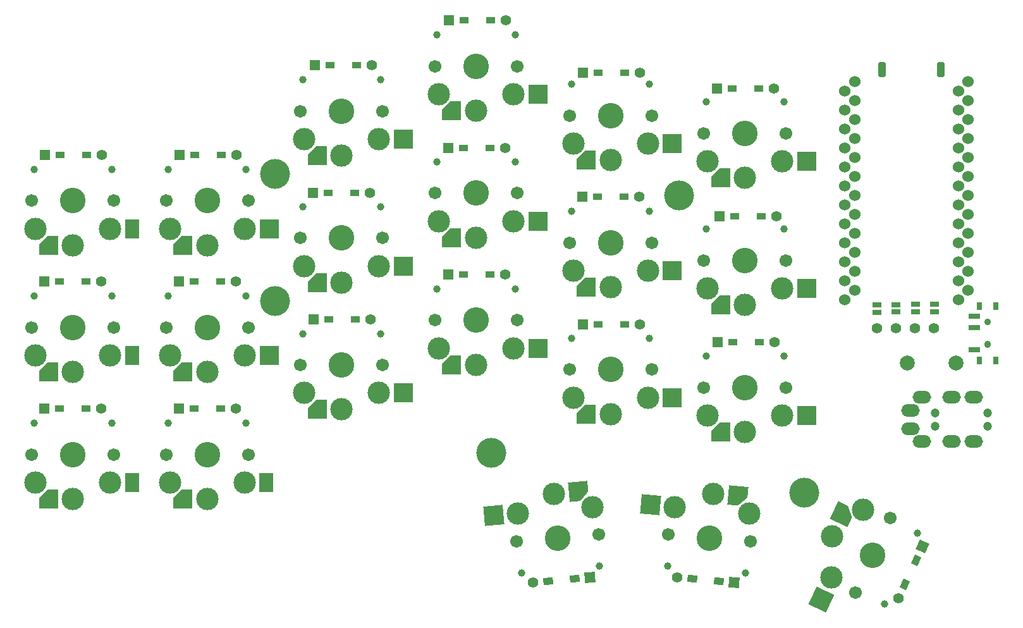
<source format=gts>
%TF.GenerationSoftware,KiCad,Pcbnew,6.0.8-f2edbf62ab~116~ubuntu22.04.1*%
%TF.CreationDate,2022-10-26T10:35:28+11:00*%
%TF.ProjectId,banach,62616e61-6368-42e6-9b69-6361645f7063,rev1.0*%
%TF.SameCoordinates,Original*%
%TF.FileFunction,Soldermask,Top*%
%TF.FilePolarity,Negative*%
%FSLAX46Y46*%
G04 Gerber Fmt 4.6, Leading zero omitted, Abs format (unit mm)*
G04 Created by KiCad (PCBNEW 6.0.8-f2edbf62ab~116~ubuntu22.04.1) date 2022-10-26 10:35:28*
%MOMM*%
%LPD*%
G01*
G04 APERTURE LIST*
G04 Aperture macros list*
%AMRoundRect*
0 Rectangle with rounded corners*
0 $1 Rounding radius*
0 $2 $3 $4 $5 $6 $7 $8 $9 X,Y pos of 4 corners*
0 Add a 4 corners polygon primitive as box body*
4,1,4,$2,$3,$4,$5,$6,$7,$8,$9,$2,$3,0*
0 Add four circle primitives for the rounded corners*
1,1,$1+$1,$2,$3*
1,1,$1+$1,$4,$5*
1,1,$1+$1,$6,$7*
1,1,$1+$1,$8,$9*
0 Add four rect primitives between the rounded corners*
20,1,$1+$1,$2,$3,$4,$5,0*
20,1,$1+$1,$4,$5,$6,$7,0*
20,1,$1+$1,$6,$7,$8,$9,0*
20,1,$1+$1,$8,$9,$2,$3,0*%
%AMRotRect*
0 Rectangle, with rotation*
0 The origin of the aperture is its center*
0 $1 length*
0 $2 width*
0 $3 Rotation angle, in degrees counterclockwise*
0 Add horizontal line*
21,1,$1,$2,0,0,$3*%
%AMOutline5P*
0 Free polygon, 5 corners , with rotation*
0 The origin of the aperture is its center*
0 number of corners: always 5*
0 $1 to $10 corner X, Y*
0 $11 Rotation angle, in degrees counterclockwise*
0 create outline with 5 corners*
4,1,5,$1,$2,$3,$4,$5,$6,$7,$8,$9,$10,$1,$2,$11*%
%AMOutline6P*
0 Free polygon, 6 corners , with rotation*
0 The origin of the aperture is its center*
0 number of corners: always 6*
0 $1 to $12 corner X, Y*
0 $13 Rotation angle, in degrees counterclockwise*
0 create outline with 6 corners*
4,1,6,$1,$2,$3,$4,$5,$6,$7,$8,$9,$10,$11,$12,$1,$2,$13*%
%AMOutline7P*
0 Free polygon, 7 corners , with rotation*
0 The origin of the aperture is its center*
0 number of corners: always 7*
0 $1 to $14 corner X, Y*
0 $15 Rotation angle, in degrees counterclockwise*
0 create outline with 7 corners*
4,1,7,$1,$2,$3,$4,$5,$6,$7,$8,$9,$10,$11,$12,$13,$14,$1,$2,$15*%
%AMOutline8P*
0 Free polygon, 8 corners , with rotation*
0 The origin of the aperture is its center*
0 number of corners: always 8*
0 $1 to $16 corner X, Y*
0 $17 Rotation angle, in degrees counterclockwise*
0 create outline with 8 corners*
4,1,8,$1,$2,$3,$4,$5,$6,$7,$8,$9,$10,$11,$12,$13,$14,$15,$16,$1,$2,$17*%
G04 Aperture macros list end*
%ADD10R,1.397000X1.397000*%
%ADD11R,1.300000X0.950000*%
%ADD12C,1.397000*%
%ADD13RotRect,1.397000X1.397000X185.000000*%
%ADD14RotRect,1.300000X0.950000X185.000000*%
%ADD15RotRect,1.300000X0.950000X175.000000*%
%ADD16RotRect,1.397000X1.397000X175.000000*%
%ADD17RotRect,1.397000X1.397000X245.000000*%
%ADD18RotRect,1.300000X0.950000X245.000000*%
%ADD19C,1.200000*%
%ADD20O,2.500000X1.700000*%
%ADD21C,1.701800*%
%ADD22C,3.429000*%
%ADD23C,3.000000*%
%ADD24C,0.990600*%
%ADD25Outline5P,-1.300000X0.130000X-0.130000X1.300000X1.300000X1.300000X1.300000X-1.300000X-1.300000X-1.300000X0.000000*%
%ADD26R,2.600000X2.600000*%
%ADD27R,1.900000X2.600000*%
%ADD28Outline5P,-1.300000X0.130000X-0.130000X1.300000X1.300000X1.300000X1.300000X-1.300000X-1.300000X-1.300000X185.000000*%
%ADD29RotRect,2.600000X2.600000X185.000000*%
%ADD30Outline5P,-1.300000X0.130000X-0.130000X1.300000X1.300000X1.300000X1.300000X-1.300000X-1.300000X-1.300000X175.000000*%
%ADD31RotRect,2.600000X2.600000X175.000000*%
%ADD32Outline5P,-1.300000X0.130000X-0.130000X1.300000X1.300000X1.300000X1.300000X-1.300000X-1.300000X-1.300000X245.000000*%
%ADD33RotRect,2.600000X2.600000X245.000000*%
%ADD34C,1.524000*%
%ADD35R,1.143000X0.635000*%
%ADD36C,2.000000*%
%ADD37C,4.000000*%
%ADD38RoundRect,0.250000X-0.250000X-0.750000X0.250000X-0.750000X0.250000X0.750000X-0.250000X0.750000X0*%
%ADD39C,0.900000*%
%ADD40R,0.800000X1.000000*%
%ADD41R,1.500000X0.700000*%
%ADD42RoundRect,0.250000X0.250000X0.750000X-0.250000X0.750000X-0.250000X-0.750000X0.250000X-0.750000X0*%
%ADD43R,1.875000X2.600000*%
G04 APERTURE END LIST*
D10*
%TO.C,D2*%
X82194400Y-64312800D03*
D11*
X84229400Y-64312800D03*
D12*
X89814400Y-64312800D03*
D11*
X87779400Y-64312800D03*
%TD*%
D10*
%TO.C,D3*%
X100279200Y-52273200D03*
D11*
X102314200Y-52273200D03*
X105864200Y-52273200D03*
D12*
X107899200Y-52273200D03*
%TD*%
D10*
%TO.C,D4*%
X118262400Y-46228000D03*
D11*
X120297400Y-46228000D03*
D12*
X125882400Y-46228000D03*
D11*
X123847400Y-46228000D03*
%TD*%
%TO.C,D5*%
X138229800Y-53289200D03*
D10*
X136194800Y-53289200D03*
D12*
X143814800Y-53289200D03*
D11*
X141779800Y-53289200D03*
%TD*%
%TO.C,D6*%
X156213000Y-55422800D03*
D10*
X154178000Y-55422800D03*
D11*
X159763000Y-55422800D03*
D12*
X161798000Y-55422800D03*
%TD*%
D10*
%TO.C,D8*%
X82092800Y-81229200D03*
D11*
X84127800Y-81229200D03*
D12*
X89712800Y-81229200D03*
D11*
X87677800Y-81229200D03*
%TD*%
D10*
%TO.C,D9*%
X100076000Y-69342000D03*
D11*
X102111000Y-69342000D03*
D12*
X107696000Y-69342000D03*
D11*
X105661000Y-69342000D03*
%TD*%
D10*
%TO.C,D10*%
X118160800Y-63347600D03*
D11*
X120195800Y-63347600D03*
X123745800Y-63347600D03*
D12*
X125780800Y-63347600D03*
%TD*%
D10*
%TO.C,D11*%
X136144000Y-69900800D03*
D11*
X138179000Y-69900800D03*
D12*
X143764000Y-69900800D03*
D11*
X141729000Y-69900800D03*
%TD*%
D10*
%TO.C,D12*%
X154482800Y-72491600D03*
D11*
X156517800Y-72491600D03*
D12*
X162102800Y-72491600D03*
D11*
X160067800Y-72491600D03*
%TD*%
D10*
%TO.C,D14*%
X82092800Y-98247200D03*
D11*
X84127800Y-98247200D03*
D12*
X89712800Y-98247200D03*
D11*
X87677800Y-98247200D03*
%TD*%
D10*
%TO.C,D15*%
X100177600Y-86309200D03*
D11*
X102212600Y-86309200D03*
X105762600Y-86309200D03*
D12*
X107797600Y-86309200D03*
%TD*%
D11*
%TO.C,D16*%
X120195800Y-80314800D03*
D10*
X118160800Y-80314800D03*
D11*
X123745800Y-80314800D03*
D12*
X125780800Y-80314800D03*
%TD*%
D10*
%TO.C,D17*%
X136245600Y-86969600D03*
D11*
X138280600Y-86969600D03*
X141830600Y-86969600D03*
D12*
X143865600Y-86969600D03*
%TD*%
D11*
%TO.C,D18*%
X156314600Y-89357200D03*
D10*
X154279600Y-89357200D03*
D12*
X161899600Y-89357200D03*
D11*
X159864600Y-89357200D03*
%TD*%
D13*
%TO.C,D19*%
X137145502Y-120825937D03*
D14*
X135118246Y-121003299D03*
X131581754Y-121312701D03*
D12*
X129554498Y-121490063D03*
%TD*%
D15*
%TO.C,D20*%
X154422246Y-121312701D03*
D16*
X156449502Y-121490063D03*
D12*
X148858498Y-120825937D03*
D15*
X150885754Y-121003299D03*
%TD*%
D17*
%TO.C,D21*%
X181696176Y-116688967D03*
D18*
X180836147Y-118533304D03*
X179335853Y-121750696D03*
D12*
X178475824Y-123595033D03*
%TD*%
D19*
%TO.C,J1*%
X190362600Y-98820000D03*
X183362600Y-98820000D03*
X190362600Y-100570000D03*
X183362600Y-100570000D03*
D20*
X180062600Y-100920000D03*
X180062600Y-98470000D03*
X188562600Y-102670000D03*
X188562600Y-96720000D03*
X185562600Y-96720000D03*
X185562600Y-102670000D03*
X181562600Y-96720000D03*
X181562600Y-102670000D03*
%TD*%
D21*
%TO.C,SW2*%
X91410000Y-70400000D03*
D22*
X85910000Y-70400000D03*
D23*
X80910000Y-74150000D03*
D24*
X91130000Y-66200000D03*
D23*
X85910000Y-76350000D03*
D24*
X80690000Y-66200000D03*
D21*
X80410000Y-70400000D03*
D23*
X90910000Y-74150000D03*
D25*
X82635000Y-76350000D03*
D26*
X94185000Y-74150000D03*
%TD*%
D24*
%TO.C,SW3*%
X98690000Y-54200000D03*
D21*
X109410000Y-58400000D03*
D23*
X103910000Y-64350000D03*
D24*
X109130000Y-54200000D03*
D23*
X98910000Y-62150000D03*
D22*
X103910000Y-58400000D03*
D23*
X108910000Y-62150000D03*
D21*
X98410000Y-58400000D03*
D25*
X100635000Y-64350000D03*
D26*
X112185000Y-62150000D03*
%TD*%
D22*
%TO.C,SW4*%
X121910000Y-52400000D03*
D21*
X116410000Y-52400000D03*
D24*
X127130000Y-48200000D03*
D23*
X121910000Y-58350000D03*
X116910000Y-56150000D03*
D24*
X116690000Y-48200000D03*
D21*
X127410000Y-52400000D03*
D23*
X126910000Y-56150000D03*
D25*
X118635000Y-58350000D03*
D26*
X130185000Y-56150000D03*
%TD*%
D21*
%TO.C,SW5*%
X145410000Y-59020000D03*
D23*
X134910000Y-62770000D03*
X139910000Y-64970000D03*
D24*
X134690000Y-54820000D03*
D22*
X139910000Y-59020000D03*
D24*
X145130000Y-54820000D03*
D21*
X134410000Y-59020000D03*
D23*
X144910000Y-62770000D03*
D25*
X136635000Y-64970000D03*
D26*
X148185000Y-62770000D03*
%TD*%
D23*
%TO.C,SW6*%
X152910000Y-65150000D03*
X157910000Y-67350000D03*
D24*
X152690000Y-57200000D03*
D22*
X157910000Y-61400000D03*
D21*
X152410000Y-61400000D03*
X163410000Y-61400000D03*
D23*
X162910000Y-65150000D03*
D24*
X163130000Y-57200000D03*
D25*
X154635000Y-67350000D03*
D26*
X166185000Y-65150000D03*
%TD*%
D23*
%TO.C,SW8*%
X90910000Y-91150000D03*
D21*
X91410000Y-87400000D03*
X80410000Y-87400000D03*
D23*
X80910000Y-91150000D03*
D24*
X80690000Y-83200000D03*
D23*
X85910000Y-93350000D03*
D24*
X91130000Y-83200000D03*
D22*
X85910000Y-87400000D03*
D25*
X82635000Y-93350000D03*
D26*
X94185000Y-91150000D03*
%TD*%
D21*
%TO.C,SW9*%
X98410000Y-75400000D03*
D24*
X109130000Y-71200000D03*
D22*
X103910000Y-75400000D03*
D21*
X109410000Y-75400000D03*
D23*
X108910000Y-79150000D03*
X98910000Y-79150000D03*
X103910000Y-81350000D03*
D24*
X98690000Y-71200000D03*
D25*
X100635000Y-81350000D03*
D26*
X112185000Y-79150000D03*
%TD*%
D23*
%TO.C,SW10*%
X121910000Y-75350000D03*
D21*
X116410000Y-69400000D03*
D24*
X127130000Y-65200000D03*
D21*
X127410000Y-69400000D03*
D24*
X116690000Y-65200000D03*
D22*
X121910000Y-69400000D03*
D23*
X116910000Y-73150000D03*
X126910000Y-73150000D03*
D25*
X118635000Y-75350000D03*
D26*
X130185000Y-73150000D03*
%TD*%
D23*
%TO.C,SW11*%
X134910000Y-79770000D03*
D24*
X134690000Y-71820000D03*
D23*
X144910000Y-79770000D03*
X139910000Y-81970000D03*
D21*
X134410000Y-76020000D03*
D22*
X139910000Y-76020000D03*
D21*
X145410000Y-76020000D03*
D24*
X145130000Y-71820000D03*
D25*
X136635000Y-81970000D03*
D26*
X148185000Y-79770000D03*
%TD*%
D21*
%TO.C,SW12*%
X163410000Y-78400000D03*
D23*
X162910000Y-82150000D03*
D21*
X152410000Y-78400000D03*
D24*
X152690000Y-74200000D03*
X163130000Y-74200000D03*
D23*
X157910000Y-84350000D03*
D22*
X157910000Y-78400000D03*
D23*
X152910000Y-82150000D03*
D25*
X154635000Y-84350000D03*
D26*
X166185000Y-82150000D03*
%TD*%
D24*
%TO.C,SW14*%
X91130000Y-100200000D03*
X80690000Y-100200000D03*
D23*
X90910000Y-108150000D03*
D21*
X91410000Y-104400000D03*
X80410000Y-104400000D03*
D22*
X85910000Y-104400000D03*
D23*
X80910000Y-108150000D03*
X85910000Y-110350000D03*
D25*
X82635000Y-110350000D03*
D27*
X93810000Y-108150000D03*
%TD*%
D23*
%TO.C,SW15*%
X103910000Y-98350000D03*
X98910000Y-96150000D03*
D24*
X98690000Y-88200000D03*
D21*
X109410000Y-92400000D03*
D23*
X108910000Y-96150000D03*
D21*
X98410000Y-92400000D03*
D24*
X109130000Y-88200000D03*
D22*
X103910000Y-92400000D03*
D25*
X100635000Y-98350000D03*
D26*
X112185000Y-96150000D03*
%TD*%
D22*
%TO.C,SW16*%
X121910000Y-86400000D03*
D23*
X116910000Y-90150000D03*
D24*
X116690000Y-82200000D03*
D23*
X126910000Y-90150000D03*
D21*
X127410000Y-86400000D03*
D24*
X127130000Y-82200000D03*
D21*
X116410000Y-86400000D03*
D23*
X121910000Y-92350000D03*
D25*
X118635000Y-92350000D03*
D26*
X130185000Y-90150000D03*
%TD*%
D24*
%TO.C,SW17*%
X145130000Y-88825000D03*
X134690000Y-88825000D03*
D21*
X134410000Y-93025000D03*
D23*
X139910000Y-98975000D03*
D21*
X145410000Y-93025000D03*
D23*
X134910000Y-96775000D03*
D22*
X139910000Y-93025000D03*
D23*
X144910000Y-96775000D03*
D25*
X136635000Y-98975000D03*
D26*
X148185000Y-96775000D03*
%TD*%
D23*
%TO.C,SW18*%
X157910000Y-101350000D03*
D22*
X157910000Y-95400000D03*
D21*
X163410000Y-95400000D03*
D23*
X152910000Y-99150000D03*
D24*
X152690000Y-91200000D03*
D23*
X162910000Y-99150000D03*
D21*
X152410000Y-95400000D03*
D24*
X163130000Y-91200000D03*
D25*
X154635000Y-101350000D03*
D26*
X166185000Y-99150000D03*
%TD*%
D24*
%TO.C,SW19*%
X138408190Y-119299065D03*
D23*
X132323423Y-109642642D03*
D21*
X127362929Y-116049357D03*
D23*
X137496139Y-111398491D03*
D22*
X132842000Y-115570000D03*
D21*
X138321071Y-115090643D03*
D23*
X127534192Y-112270049D03*
D24*
X128007918Y-120208971D03*
D28*
X135585961Y-109357206D03*
D29*
X124271655Y-112555484D03*
%TD*%
D24*
%TO.C,SW20*%
X157996082Y-120208971D03*
D23*
X153680577Y-109642642D03*
X148507861Y-111398491D03*
D22*
X153162000Y-115570000D03*
D23*
X158469808Y-112270049D03*
D21*
X147682929Y-115090643D03*
D24*
X147595810Y-119299065D03*
D21*
X158641071Y-116049357D03*
D30*
X156943114Y-109928077D03*
D31*
X145245323Y-111113056D03*
%TD*%
D23*
%TO.C,SW21*%
X173720437Y-111739643D03*
X169613469Y-115341421D03*
D24*
X181018560Y-114900070D03*
D21*
X172681600Y-122840693D03*
X177330400Y-112871307D03*
D23*
X169494254Y-120802720D03*
D22*
X175006000Y-117856000D03*
D24*
X176606425Y-124361923D03*
D32*
X170997543Y-112373263D03*
D33*
X168110180Y-123770878D03*
%TD*%
D34*
%TO.C,U1*%
X171270000Y-55719400D03*
X187816400Y-54449400D03*
X187816400Y-56989400D03*
X171270000Y-58259400D03*
X187816400Y-59529400D03*
X171270000Y-60799400D03*
X187816400Y-62069400D03*
X171270000Y-63339400D03*
X171270000Y-65879400D03*
X187816400Y-64609400D03*
X171270000Y-68419400D03*
X187816400Y-67149400D03*
X171270000Y-70959400D03*
X187816400Y-69689400D03*
X171270000Y-73499400D03*
X187816400Y-72229400D03*
X187816400Y-74769400D03*
X171270000Y-76039400D03*
X187816400Y-77309400D03*
X171270000Y-78579400D03*
X187816400Y-79849400D03*
X171270000Y-81119400D03*
X187816400Y-82389400D03*
X171270000Y-83659400D03*
X172596400Y-82389400D03*
X186510000Y-83659400D03*
X172596400Y-79849400D03*
X186510000Y-81119400D03*
X186510000Y-78579400D03*
X172596400Y-77309400D03*
X186510000Y-76039400D03*
X172596400Y-74769400D03*
X186510000Y-73499400D03*
X172596400Y-72229400D03*
X186510000Y-70959400D03*
X172596400Y-69689400D03*
X186510000Y-68419400D03*
X172596400Y-67149400D03*
X172596400Y-64609400D03*
X186510000Y-65879400D03*
X186510000Y-63339400D03*
X172596400Y-62069400D03*
X186510000Y-60799400D03*
X172596400Y-59529400D03*
X172596400Y-56989400D03*
X186510000Y-58259400D03*
X186510000Y-55719400D03*
X172596400Y-54449400D03*
%TD*%
D35*
%TO.C,JP65*%
X180720000Y-84297020D03*
X180720000Y-85297780D03*
%TD*%
D12*
%TO.C,J2*%
X175580000Y-87457400D03*
X178120000Y-87457400D03*
X180660000Y-87457400D03*
X183200000Y-87457400D03*
%TD*%
D35*
%TO.C,JP63*%
X178120000Y-84317020D03*
X178120000Y-85317780D03*
%TD*%
%TO.C,JP61*%
X175580000Y-84347020D03*
X175580000Y-85347780D03*
%TD*%
%TO.C,JP68*%
X183290000Y-84287420D03*
X183290000Y-85288180D03*
%TD*%
D36*
%TO.C,RSW1*%
X186150000Y-92150000D03*
X179650000Y-92150000D03*
%TD*%
D37*
%TO.C,h4*%
X123952000Y-104140000D03*
%TD*%
D11*
%TO.C,D14*%
X66133800Y-98251200D03*
D10*
X64098800Y-98251200D03*
D12*
X71718800Y-98251200D03*
D11*
X69683800Y-98251200D03*
%TD*%
D37*
%TO.C,h5*%
X95000000Y-83820000D03*
%TD*%
%TO.C,h3*%
X165862000Y-109474000D03*
%TD*%
D38*
%TO.C,-ve*%
X184150000Y-52832000D03*
%TD*%
D39*
%TO.C,POWER*%
X190385000Y-89640000D03*
D40*
X189275000Y-91790000D03*
X191485000Y-84490000D03*
X191485000Y-91790000D03*
D39*
X190385000Y-86640000D03*
D40*
X189275000Y-84490000D03*
D41*
X188625000Y-90390000D03*
X188625000Y-87390000D03*
X188625000Y-85890000D03*
%TD*%
D10*
%TO.C,D2*%
X64200400Y-64316800D03*
D11*
X66235400Y-64316800D03*
X69785400Y-64316800D03*
D12*
X71820400Y-64316800D03*
%TD*%
D42*
%TO.C,+ve*%
X176280000Y-52832000D03*
%TD*%
D23*
%TO.C,SW2*%
X72916000Y-74154000D03*
D22*
X67916000Y-70404000D03*
D24*
X62696000Y-66204000D03*
X73136000Y-66204000D03*
D23*
X67916000Y-76354000D03*
D21*
X62416000Y-70404000D03*
X73416000Y-70404000D03*
D23*
X62916000Y-74154000D03*
D25*
X64641000Y-76354000D03*
D43*
X75816000Y-74154000D03*
%TD*%
D37*
%TO.C,h6*%
X95000000Y-66802000D03*
%TD*%
D10*
%TO.C,D8*%
X64098800Y-81233200D03*
D11*
X66133800Y-81233200D03*
D12*
X71718800Y-81233200D03*
D11*
X69683800Y-81233200D03*
%TD*%
D23*
%TO.C,SW8*%
X62916000Y-91154000D03*
D21*
X73416000Y-87404000D03*
D22*
X67916000Y-87404000D03*
D21*
X62416000Y-87404000D03*
D23*
X67916000Y-93354000D03*
X72916000Y-91154000D03*
D24*
X73136000Y-83204000D03*
X62696000Y-83204000D03*
D25*
X64641000Y-93354000D03*
D43*
X75816000Y-91154000D03*
%TD*%
D23*
%TO.C,SW14*%
X72916000Y-108154000D03*
D24*
X73136000Y-100204000D03*
D23*
X67916000Y-110354000D03*
D21*
X62416000Y-104404000D03*
D22*
X67916000Y-104404000D03*
D24*
X62696000Y-100204000D03*
D23*
X62916000Y-108154000D03*
D21*
X73416000Y-104404000D03*
D25*
X64641000Y-110354000D03*
D43*
X75816000Y-108154000D03*
%TD*%
D37*
%TO.C,h7*%
X149100000Y-69700000D03*
%TD*%
D39*
%TO.C,POWER*%
X190390000Y-86630000D03*
X190390000Y-89630000D03*
%TD*%
M02*

</source>
